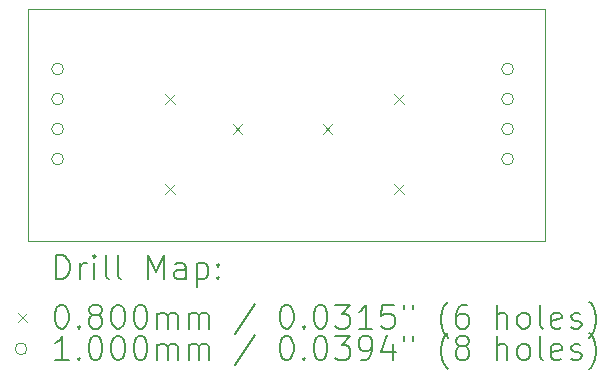
<source format=gbr>
%TF.GenerationSoftware,KiCad,Pcbnew,7.0.2*%
%TF.CreationDate,2023-08-02T20:43:25-05:00*%
%TF.ProjectId,Session6,53657373-696f-46e3-962e-6b696361645f,rev?*%
%TF.SameCoordinates,Original*%
%TF.FileFunction,Drillmap*%
%TF.FilePolarity,Positive*%
%FSLAX45Y45*%
G04 Gerber Fmt 4.5, Leading zero omitted, Abs format (unit mm)*
G04 Created by KiCad (PCBNEW 7.0.2) date 2023-08-02 20:43:25*
%MOMM*%
%LPD*%
G01*
G04 APERTURE LIST*
%ADD10C,0.100000*%
%ADD11C,0.200000*%
%ADD12C,0.080000*%
G04 APERTURE END LIST*
D10*
X9652000Y-6858000D02*
X14033500Y-6858000D01*
X14033500Y-8826500D01*
X9652000Y-8826500D01*
X9652000Y-6858000D01*
D11*
D12*
X10818500Y-7580000D02*
X10898500Y-7660000D01*
X10898500Y-7580000D02*
X10818500Y-7660000D01*
X10818500Y-8342000D02*
X10898500Y-8422000D01*
X10898500Y-8342000D02*
X10818500Y-8422000D01*
X11390000Y-7834000D02*
X11470000Y-7914000D01*
X11470000Y-7834000D02*
X11390000Y-7914000D01*
X12152000Y-7834000D02*
X12232000Y-7914000D01*
X12232000Y-7834000D02*
X12152000Y-7914000D01*
X12757750Y-7580000D02*
X12837750Y-7660000D01*
X12837750Y-7580000D02*
X12757750Y-7660000D01*
X12757750Y-8342000D02*
X12837750Y-8422000D01*
X12837750Y-8342000D02*
X12757750Y-8422000D01*
D10*
X9956000Y-7366000D02*
G75*
G03*
X9956000Y-7366000I-50000J0D01*
G01*
X9956000Y-7620000D02*
G75*
G03*
X9956000Y-7620000I-50000J0D01*
G01*
X9956000Y-7874000D02*
G75*
G03*
X9956000Y-7874000I-50000J0D01*
G01*
X9956000Y-8128000D02*
G75*
G03*
X9956000Y-8128000I-50000J0D01*
G01*
X13766000Y-7366000D02*
G75*
G03*
X13766000Y-7366000I-50000J0D01*
G01*
X13766000Y-7620000D02*
G75*
G03*
X13766000Y-7620000I-50000J0D01*
G01*
X13766000Y-7874000D02*
G75*
G03*
X13766000Y-7874000I-50000J0D01*
G01*
X13766000Y-8128000D02*
G75*
G03*
X13766000Y-8128000I-50000J0D01*
G01*
D11*
X9894619Y-9144024D02*
X9894619Y-8944024D01*
X9894619Y-8944024D02*
X9942238Y-8944024D01*
X9942238Y-8944024D02*
X9970810Y-8953548D01*
X9970810Y-8953548D02*
X9989857Y-8972595D01*
X9989857Y-8972595D02*
X9999381Y-8991643D01*
X9999381Y-8991643D02*
X10008905Y-9029738D01*
X10008905Y-9029738D02*
X10008905Y-9058310D01*
X10008905Y-9058310D02*
X9999381Y-9096405D01*
X9999381Y-9096405D02*
X9989857Y-9115452D01*
X9989857Y-9115452D02*
X9970810Y-9134500D01*
X9970810Y-9134500D02*
X9942238Y-9144024D01*
X9942238Y-9144024D02*
X9894619Y-9144024D01*
X10094619Y-9144024D02*
X10094619Y-9010690D01*
X10094619Y-9048786D02*
X10104143Y-9029738D01*
X10104143Y-9029738D02*
X10113667Y-9020214D01*
X10113667Y-9020214D02*
X10132714Y-9010690D01*
X10132714Y-9010690D02*
X10151762Y-9010690D01*
X10218429Y-9144024D02*
X10218429Y-9010690D01*
X10218429Y-8944024D02*
X10208905Y-8953548D01*
X10208905Y-8953548D02*
X10218429Y-8963071D01*
X10218429Y-8963071D02*
X10227952Y-8953548D01*
X10227952Y-8953548D02*
X10218429Y-8944024D01*
X10218429Y-8944024D02*
X10218429Y-8963071D01*
X10342238Y-9144024D02*
X10323190Y-9134500D01*
X10323190Y-9134500D02*
X10313667Y-9115452D01*
X10313667Y-9115452D02*
X10313667Y-8944024D01*
X10447000Y-9144024D02*
X10427952Y-9134500D01*
X10427952Y-9134500D02*
X10418429Y-9115452D01*
X10418429Y-9115452D02*
X10418429Y-8944024D01*
X10675571Y-9144024D02*
X10675571Y-8944024D01*
X10675571Y-8944024D02*
X10742238Y-9086881D01*
X10742238Y-9086881D02*
X10808905Y-8944024D01*
X10808905Y-8944024D02*
X10808905Y-9144024D01*
X10989857Y-9144024D02*
X10989857Y-9039262D01*
X10989857Y-9039262D02*
X10980333Y-9020214D01*
X10980333Y-9020214D02*
X10961286Y-9010690D01*
X10961286Y-9010690D02*
X10923190Y-9010690D01*
X10923190Y-9010690D02*
X10904143Y-9020214D01*
X10989857Y-9134500D02*
X10970810Y-9144024D01*
X10970810Y-9144024D02*
X10923190Y-9144024D01*
X10923190Y-9144024D02*
X10904143Y-9134500D01*
X10904143Y-9134500D02*
X10894619Y-9115452D01*
X10894619Y-9115452D02*
X10894619Y-9096405D01*
X10894619Y-9096405D02*
X10904143Y-9077357D01*
X10904143Y-9077357D02*
X10923190Y-9067833D01*
X10923190Y-9067833D02*
X10970810Y-9067833D01*
X10970810Y-9067833D02*
X10989857Y-9058310D01*
X11085095Y-9010690D02*
X11085095Y-9210690D01*
X11085095Y-9020214D02*
X11104143Y-9010690D01*
X11104143Y-9010690D02*
X11142238Y-9010690D01*
X11142238Y-9010690D02*
X11161286Y-9020214D01*
X11161286Y-9020214D02*
X11170810Y-9029738D01*
X11170810Y-9029738D02*
X11180333Y-9048786D01*
X11180333Y-9048786D02*
X11180333Y-9105929D01*
X11180333Y-9105929D02*
X11170810Y-9124976D01*
X11170810Y-9124976D02*
X11161286Y-9134500D01*
X11161286Y-9134500D02*
X11142238Y-9144024D01*
X11142238Y-9144024D02*
X11104143Y-9144024D01*
X11104143Y-9144024D02*
X11085095Y-9134500D01*
X11266048Y-9124976D02*
X11275571Y-9134500D01*
X11275571Y-9134500D02*
X11266048Y-9144024D01*
X11266048Y-9144024D02*
X11256524Y-9134500D01*
X11256524Y-9134500D02*
X11266048Y-9124976D01*
X11266048Y-9124976D02*
X11266048Y-9144024D01*
X11266048Y-9020214D02*
X11275571Y-9029738D01*
X11275571Y-9029738D02*
X11266048Y-9039262D01*
X11266048Y-9039262D02*
X11256524Y-9029738D01*
X11256524Y-9029738D02*
X11266048Y-9020214D01*
X11266048Y-9020214D02*
X11266048Y-9039262D01*
D12*
X9567000Y-9431500D02*
X9647000Y-9511500D01*
X9647000Y-9431500D02*
X9567000Y-9511500D01*
D11*
X9932714Y-9364024D02*
X9951762Y-9364024D01*
X9951762Y-9364024D02*
X9970810Y-9373548D01*
X9970810Y-9373548D02*
X9980333Y-9383071D01*
X9980333Y-9383071D02*
X9989857Y-9402119D01*
X9989857Y-9402119D02*
X9999381Y-9440214D01*
X9999381Y-9440214D02*
X9999381Y-9487833D01*
X9999381Y-9487833D02*
X9989857Y-9525929D01*
X9989857Y-9525929D02*
X9980333Y-9544976D01*
X9980333Y-9544976D02*
X9970810Y-9554500D01*
X9970810Y-9554500D02*
X9951762Y-9564024D01*
X9951762Y-9564024D02*
X9932714Y-9564024D01*
X9932714Y-9564024D02*
X9913667Y-9554500D01*
X9913667Y-9554500D02*
X9904143Y-9544976D01*
X9904143Y-9544976D02*
X9894619Y-9525929D01*
X9894619Y-9525929D02*
X9885095Y-9487833D01*
X9885095Y-9487833D02*
X9885095Y-9440214D01*
X9885095Y-9440214D02*
X9894619Y-9402119D01*
X9894619Y-9402119D02*
X9904143Y-9383071D01*
X9904143Y-9383071D02*
X9913667Y-9373548D01*
X9913667Y-9373548D02*
X9932714Y-9364024D01*
X10085095Y-9544976D02*
X10094619Y-9554500D01*
X10094619Y-9554500D02*
X10085095Y-9564024D01*
X10085095Y-9564024D02*
X10075571Y-9554500D01*
X10075571Y-9554500D02*
X10085095Y-9544976D01*
X10085095Y-9544976D02*
X10085095Y-9564024D01*
X10208905Y-9449738D02*
X10189857Y-9440214D01*
X10189857Y-9440214D02*
X10180333Y-9430690D01*
X10180333Y-9430690D02*
X10170810Y-9411643D01*
X10170810Y-9411643D02*
X10170810Y-9402119D01*
X10170810Y-9402119D02*
X10180333Y-9383071D01*
X10180333Y-9383071D02*
X10189857Y-9373548D01*
X10189857Y-9373548D02*
X10208905Y-9364024D01*
X10208905Y-9364024D02*
X10247000Y-9364024D01*
X10247000Y-9364024D02*
X10266048Y-9373548D01*
X10266048Y-9373548D02*
X10275571Y-9383071D01*
X10275571Y-9383071D02*
X10285095Y-9402119D01*
X10285095Y-9402119D02*
X10285095Y-9411643D01*
X10285095Y-9411643D02*
X10275571Y-9430690D01*
X10275571Y-9430690D02*
X10266048Y-9440214D01*
X10266048Y-9440214D02*
X10247000Y-9449738D01*
X10247000Y-9449738D02*
X10208905Y-9449738D01*
X10208905Y-9449738D02*
X10189857Y-9459262D01*
X10189857Y-9459262D02*
X10180333Y-9468786D01*
X10180333Y-9468786D02*
X10170810Y-9487833D01*
X10170810Y-9487833D02*
X10170810Y-9525929D01*
X10170810Y-9525929D02*
X10180333Y-9544976D01*
X10180333Y-9544976D02*
X10189857Y-9554500D01*
X10189857Y-9554500D02*
X10208905Y-9564024D01*
X10208905Y-9564024D02*
X10247000Y-9564024D01*
X10247000Y-9564024D02*
X10266048Y-9554500D01*
X10266048Y-9554500D02*
X10275571Y-9544976D01*
X10275571Y-9544976D02*
X10285095Y-9525929D01*
X10285095Y-9525929D02*
X10285095Y-9487833D01*
X10285095Y-9487833D02*
X10275571Y-9468786D01*
X10275571Y-9468786D02*
X10266048Y-9459262D01*
X10266048Y-9459262D02*
X10247000Y-9449738D01*
X10408905Y-9364024D02*
X10427952Y-9364024D01*
X10427952Y-9364024D02*
X10447000Y-9373548D01*
X10447000Y-9373548D02*
X10456524Y-9383071D01*
X10456524Y-9383071D02*
X10466048Y-9402119D01*
X10466048Y-9402119D02*
X10475571Y-9440214D01*
X10475571Y-9440214D02*
X10475571Y-9487833D01*
X10475571Y-9487833D02*
X10466048Y-9525929D01*
X10466048Y-9525929D02*
X10456524Y-9544976D01*
X10456524Y-9544976D02*
X10447000Y-9554500D01*
X10447000Y-9554500D02*
X10427952Y-9564024D01*
X10427952Y-9564024D02*
X10408905Y-9564024D01*
X10408905Y-9564024D02*
X10389857Y-9554500D01*
X10389857Y-9554500D02*
X10380333Y-9544976D01*
X10380333Y-9544976D02*
X10370810Y-9525929D01*
X10370810Y-9525929D02*
X10361286Y-9487833D01*
X10361286Y-9487833D02*
X10361286Y-9440214D01*
X10361286Y-9440214D02*
X10370810Y-9402119D01*
X10370810Y-9402119D02*
X10380333Y-9383071D01*
X10380333Y-9383071D02*
X10389857Y-9373548D01*
X10389857Y-9373548D02*
X10408905Y-9364024D01*
X10599381Y-9364024D02*
X10618429Y-9364024D01*
X10618429Y-9364024D02*
X10637476Y-9373548D01*
X10637476Y-9373548D02*
X10647000Y-9383071D01*
X10647000Y-9383071D02*
X10656524Y-9402119D01*
X10656524Y-9402119D02*
X10666048Y-9440214D01*
X10666048Y-9440214D02*
X10666048Y-9487833D01*
X10666048Y-9487833D02*
X10656524Y-9525929D01*
X10656524Y-9525929D02*
X10647000Y-9544976D01*
X10647000Y-9544976D02*
X10637476Y-9554500D01*
X10637476Y-9554500D02*
X10618429Y-9564024D01*
X10618429Y-9564024D02*
X10599381Y-9564024D01*
X10599381Y-9564024D02*
X10580333Y-9554500D01*
X10580333Y-9554500D02*
X10570810Y-9544976D01*
X10570810Y-9544976D02*
X10561286Y-9525929D01*
X10561286Y-9525929D02*
X10551762Y-9487833D01*
X10551762Y-9487833D02*
X10551762Y-9440214D01*
X10551762Y-9440214D02*
X10561286Y-9402119D01*
X10561286Y-9402119D02*
X10570810Y-9383071D01*
X10570810Y-9383071D02*
X10580333Y-9373548D01*
X10580333Y-9373548D02*
X10599381Y-9364024D01*
X10751762Y-9564024D02*
X10751762Y-9430690D01*
X10751762Y-9449738D02*
X10761286Y-9440214D01*
X10761286Y-9440214D02*
X10780333Y-9430690D01*
X10780333Y-9430690D02*
X10808905Y-9430690D01*
X10808905Y-9430690D02*
X10827952Y-9440214D01*
X10827952Y-9440214D02*
X10837476Y-9459262D01*
X10837476Y-9459262D02*
X10837476Y-9564024D01*
X10837476Y-9459262D02*
X10847000Y-9440214D01*
X10847000Y-9440214D02*
X10866048Y-9430690D01*
X10866048Y-9430690D02*
X10894619Y-9430690D01*
X10894619Y-9430690D02*
X10913667Y-9440214D01*
X10913667Y-9440214D02*
X10923191Y-9459262D01*
X10923191Y-9459262D02*
X10923191Y-9564024D01*
X11018429Y-9564024D02*
X11018429Y-9430690D01*
X11018429Y-9449738D02*
X11027952Y-9440214D01*
X11027952Y-9440214D02*
X11047000Y-9430690D01*
X11047000Y-9430690D02*
X11075572Y-9430690D01*
X11075572Y-9430690D02*
X11094619Y-9440214D01*
X11094619Y-9440214D02*
X11104143Y-9459262D01*
X11104143Y-9459262D02*
X11104143Y-9564024D01*
X11104143Y-9459262D02*
X11113667Y-9440214D01*
X11113667Y-9440214D02*
X11132714Y-9430690D01*
X11132714Y-9430690D02*
X11161286Y-9430690D01*
X11161286Y-9430690D02*
X11180333Y-9440214D01*
X11180333Y-9440214D02*
X11189857Y-9459262D01*
X11189857Y-9459262D02*
X11189857Y-9564024D01*
X11580333Y-9354500D02*
X11408905Y-9611643D01*
X11837476Y-9364024D02*
X11856524Y-9364024D01*
X11856524Y-9364024D02*
X11875572Y-9373548D01*
X11875572Y-9373548D02*
X11885095Y-9383071D01*
X11885095Y-9383071D02*
X11894619Y-9402119D01*
X11894619Y-9402119D02*
X11904143Y-9440214D01*
X11904143Y-9440214D02*
X11904143Y-9487833D01*
X11904143Y-9487833D02*
X11894619Y-9525929D01*
X11894619Y-9525929D02*
X11885095Y-9544976D01*
X11885095Y-9544976D02*
X11875572Y-9554500D01*
X11875572Y-9554500D02*
X11856524Y-9564024D01*
X11856524Y-9564024D02*
X11837476Y-9564024D01*
X11837476Y-9564024D02*
X11818429Y-9554500D01*
X11818429Y-9554500D02*
X11808905Y-9544976D01*
X11808905Y-9544976D02*
X11799381Y-9525929D01*
X11799381Y-9525929D02*
X11789857Y-9487833D01*
X11789857Y-9487833D02*
X11789857Y-9440214D01*
X11789857Y-9440214D02*
X11799381Y-9402119D01*
X11799381Y-9402119D02*
X11808905Y-9383071D01*
X11808905Y-9383071D02*
X11818429Y-9373548D01*
X11818429Y-9373548D02*
X11837476Y-9364024D01*
X11989857Y-9544976D02*
X11999381Y-9554500D01*
X11999381Y-9554500D02*
X11989857Y-9564024D01*
X11989857Y-9564024D02*
X11980333Y-9554500D01*
X11980333Y-9554500D02*
X11989857Y-9544976D01*
X11989857Y-9544976D02*
X11989857Y-9564024D01*
X12123191Y-9364024D02*
X12142238Y-9364024D01*
X12142238Y-9364024D02*
X12161286Y-9373548D01*
X12161286Y-9373548D02*
X12170810Y-9383071D01*
X12170810Y-9383071D02*
X12180333Y-9402119D01*
X12180333Y-9402119D02*
X12189857Y-9440214D01*
X12189857Y-9440214D02*
X12189857Y-9487833D01*
X12189857Y-9487833D02*
X12180333Y-9525929D01*
X12180333Y-9525929D02*
X12170810Y-9544976D01*
X12170810Y-9544976D02*
X12161286Y-9554500D01*
X12161286Y-9554500D02*
X12142238Y-9564024D01*
X12142238Y-9564024D02*
X12123191Y-9564024D01*
X12123191Y-9564024D02*
X12104143Y-9554500D01*
X12104143Y-9554500D02*
X12094619Y-9544976D01*
X12094619Y-9544976D02*
X12085095Y-9525929D01*
X12085095Y-9525929D02*
X12075572Y-9487833D01*
X12075572Y-9487833D02*
X12075572Y-9440214D01*
X12075572Y-9440214D02*
X12085095Y-9402119D01*
X12085095Y-9402119D02*
X12094619Y-9383071D01*
X12094619Y-9383071D02*
X12104143Y-9373548D01*
X12104143Y-9373548D02*
X12123191Y-9364024D01*
X12256524Y-9364024D02*
X12380333Y-9364024D01*
X12380333Y-9364024D02*
X12313667Y-9440214D01*
X12313667Y-9440214D02*
X12342238Y-9440214D01*
X12342238Y-9440214D02*
X12361286Y-9449738D01*
X12361286Y-9449738D02*
X12370810Y-9459262D01*
X12370810Y-9459262D02*
X12380333Y-9478310D01*
X12380333Y-9478310D02*
X12380333Y-9525929D01*
X12380333Y-9525929D02*
X12370810Y-9544976D01*
X12370810Y-9544976D02*
X12361286Y-9554500D01*
X12361286Y-9554500D02*
X12342238Y-9564024D01*
X12342238Y-9564024D02*
X12285095Y-9564024D01*
X12285095Y-9564024D02*
X12266048Y-9554500D01*
X12266048Y-9554500D02*
X12256524Y-9544976D01*
X12570810Y-9564024D02*
X12456524Y-9564024D01*
X12513667Y-9564024D02*
X12513667Y-9364024D01*
X12513667Y-9364024D02*
X12494619Y-9392595D01*
X12494619Y-9392595D02*
X12475572Y-9411643D01*
X12475572Y-9411643D02*
X12456524Y-9421167D01*
X12751762Y-9364024D02*
X12656524Y-9364024D01*
X12656524Y-9364024D02*
X12647000Y-9459262D01*
X12647000Y-9459262D02*
X12656524Y-9449738D01*
X12656524Y-9449738D02*
X12675572Y-9440214D01*
X12675572Y-9440214D02*
X12723191Y-9440214D01*
X12723191Y-9440214D02*
X12742238Y-9449738D01*
X12742238Y-9449738D02*
X12751762Y-9459262D01*
X12751762Y-9459262D02*
X12761286Y-9478310D01*
X12761286Y-9478310D02*
X12761286Y-9525929D01*
X12761286Y-9525929D02*
X12751762Y-9544976D01*
X12751762Y-9544976D02*
X12742238Y-9554500D01*
X12742238Y-9554500D02*
X12723191Y-9564024D01*
X12723191Y-9564024D02*
X12675572Y-9564024D01*
X12675572Y-9564024D02*
X12656524Y-9554500D01*
X12656524Y-9554500D02*
X12647000Y-9544976D01*
X12837476Y-9364024D02*
X12837476Y-9402119D01*
X12913667Y-9364024D02*
X12913667Y-9402119D01*
X13208905Y-9640214D02*
X13199381Y-9630690D01*
X13199381Y-9630690D02*
X13180334Y-9602119D01*
X13180334Y-9602119D02*
X13170810Y-9583071D01*
X13170810Y-9583071D02*
X13161286Y-9554500D01*
X13161286Y-9554500D02*
X13151762Y-9506881D01*
X13151762Y-9506881D02*
X13151762Y-9468786D01*
X13151762Y-9468786D02*
X13161286Y-9421167D01*
X13161286Y-9421167D02*
X13170810Y-9392595D01*
X13170810Y-9392595D02*
X13180334Y-9373548D01*
X13180334Y-9373548D02*
X13199381Y-9344976D01*
X13199381Y-9344976D02*
X13208905Y-9335452D01*
X13370810Y-9364024D02*
X13332714Y-9364024D01*
X13332714Y-9364024D02*
X13313667Y-9373548D01*
X13313667Y-9373548D02*
X13304143Y-9383071D01*
X13304143Y-9383071D02*
X13285095Y-9411643D01*
X13285095Y-9411643D02*
X13275572Y-9449738D01*
X13275572Y-9449738D02*
X13275572Y-9525929D01*
X13275572Y-9525929D02*
X13285095Y-9544976D01*
X13285095Y-9544976D02*
X13294619Y-9554500D01*
X13294619Y-9554500D02*
X13313667Y-9564024D01*
X13313667Y-9564024D02*
X13351762Y-9564024D01*
X13351762Y-9564024D02*
X13370810Y-9554500D01*
X13370810Y-9554500D02*
X13380334Y-9544976D01*
X13380334Y-9544976D02*
X13389857Y-9525929D01*
X13389857Y-9525929D02*
X13389857Y-9478310D01*
X13389857Y-9478310D02*
X13380334Y-9459262D01*
X13380334Y-9459262D02*
X13370810Y-9449738D01*
X13370810Y-9449738D02*
X13351762Y-9440214D01*
X13351762Y-9440214D02*
X13313667Y-9440214D01*
X13313667Y-9440214D02*
X13294619Y-9449738D01*
X13294619Y-9449738D02*
X13285095Y-9459262D01*
X13285095Y-9459262D02*
X13275572Y-9478310D01*
X13627953Y-9564024D02*
X13627953Y-9364024D01*
X13713667Y-9564024D02*
X13713667Y-9459262D01*
X13713667Y-9459262D02*
X13704143Y-9440214D01*
X13704143Y-9440214D02*
X13685096Y-9430690D01*
X13685096Y-9430690D02*
X13656524Y-9430690D01*
X13656524Y-9430690D02*
X13637476Y-9440214D01*
X13637476Y-9440214D02*
X13627953Y-9449738D01*
X13837476Y-9564024D02*
X13818429Y-9554500D01*
X13818429Y-9554500D02*
X13808905Y-9544976D01*
X13808905Y-9544976D02*
X13799381Y-9525929D01*
X13799381Y-9525929D02*
X13799381Y-9468786D01*
X13799381Y-9468786D02*
X13808905Y-9449738D01*
X13808905Y-9449738D02*
X13818429Y-9440214D01*
X13818429Y-9440214D02*
X13837476Y-9430690D01*
X13837476Y-9430690D02*
X13866048Y-9430690D01*
X13866048Y-9430690D02*
X13885096Y-9440214D01*
X13885096Y-9440214D02*
X13894619Y-9449738D01*
X13894619Y-9449738D02*
X13904143Y-9468786D01*
X13904143Y-9468786D02*
X13904143Y-9525929D01*
X13904143Y-9525929D02*
X13894619Y-9544976D01*
X13894619Y-9544976D02*
X13885096Y-9554500D01*
X13885096Y-9554500D02*
X13866048Y-9564024D01*
X13866048Y-9564024D02*
X13837476Y-9564024D01*
X14018429Y-9564024D02*
X13999381Y-9554500D01*
X13999381Y-9554500D02*
X13989857Y-9535452D01*
X13989857Y-9535452D02*
X13989857Y-9364024D01*
X14170810Y-9554500D02*
X14151762Y-9564024D01*
X14151762Y-9564024D02*
X14113667Y-9564024D01*
X14113667Y-9564024D02*
X14094619Y-9554500D01*
X14094619Y-9554500D02*
X14085096Y-9535452D01*
X14085096Y-9535452D02*
X14085096Y-9459262D01*
X14085096Y-9459262D02*
X14094619Y-9440214D01*
X14094619Y-9440214D02*
X14113667Y-9430690D01*
X14113667Y-9430690D02*
X14151762Y-9430690D01*
X14151762Y-9430690D02*
X14170810Y-9440214D01*
X14170810Y-9440214D02*
X14180334Y-9459262D01*
X14180334Y-9459262D02*
X14180334Y-9478310D01*
X14180334Y-9478310D02*
X14085096Y-9497357D01*
X14256524Y-9554500D02*
X14275572Y-9564024D01*
X14275572Y-9564024D02*
X14313667Y-9564024D01*
X14313667Y-9564024D02*
X14332715Y-9554500D01*
X14332715Y-9554500D02*
X14342238Y-9535452D01*
X14342238Y-9535452D02*
X14342238Y-9525929D01*
X14342238Y-9525929D02*
X14332715Y-9506881D01*
X14332715Y-9506881D02*
X14313667Y-9497357D01*
X14313667Y-9497357D02*
X14285096Y-9497357D01*
X14285096Y-9497357D02*
X14266048Y-9487833D01*
X14266048Y-9487833D02*
X14256524Y-9468786D01*
X14256524Y-9468786D02*
X14256524Y-9459262D01*
X14256524Y-9459262D02*
X14266048Y-9440214D01*
X14266048Y-9440214D02*
X14285096Y-9430690D01*
X14285096Y-9430690D02*
X14313667Y-9430690D01*
X14313667Y-9430690D02*
X14332715Y-9440214D01*
X14408905Y-9640214D02*
X14418429Y-9630690D01*
X14418429Y-9630690D02*
X14437477Y-9602119D01*
X14437477Y-9602119D02*
X14447000Y-9583071D01*
X14447000Y-9583071D02*
X14456524Y-9554500D01*
X14456524Y-9554500D02*
X14466048Y-9506881D01*
X14466048Y-9506881D02*
X14466048Y-9468786D01*
X14466048Y-9468786D02*
X14456524Y-9421167D01*
X14456524Y-9421167D02*
X14447000Y-9392595D01*
X14447000Y-9392595D02*
X14437477Y-9373548D01*
X14437477Y-9373548D02*
X14418429Y-9344976D01*
X14418429Y-9344976D02*
X14408905Y-9335452D01*
D10*
X9647000Y-9735500D02*
G75*
G03*
X9647000Y-9735500I-50000J0D01*
G01*
D11*
X9999381Y-9828024D02*
X9885095Y-9828024D01*
X9942238Y-9828024D02*
X9942238Y-9628024D01*
X9942238Y-9628024D02*
X9923190Y-9656595D01*
X9923190Y-9656595D02*
X9904143Y-9675643D01*
X9904143Y-9675643D02*
X9885095Y-9685167D01*
X10085095Y-9808976D02*
X10094619Y-9818500D01*
X10094619Y-9818500D02*
X10085095Y-9828024D01*
X10085095Y-9828024D02*
X10075571Y-9818500D01*
X10075571Y-9818500D02*
X10085095Y-9808976D01*
X10085095Y-9808976D02*
X10085095Y-9828024D01*
X10218429Y-9628024D02*
X10237476Y-9628024D01*
X10237476Y-9628024D02*
X10256524Y-9637548D01*
X10256524Y-9637548D02*
X10266048Y-9647071D01*
X10266048Y-9647071D02*
X10275571Y-9666119D01*
X10275571Y-9666119D02*
X10285095Y-9704214D01*
X10285095Y-9704214D02*
X10285095Y-9751833D01*
X10285095Y-9751833D02*
X10275571Y-9789929D01*
X10275571Y-9789929D02*
X10266048Y-9808976D01*
X10266048Y-9808976D02*
X10256524Y-9818500D01*
X10256524Y-9818500D02*
X10237476Y-9828024D01*
X10237476Y-9828024D02*
X10218429Y-9828024D01*
X10218429Y-9828024D02*
X10199381Y-9818500D01*
X10199381Y-9818500D02*
X10189857Y-9808976D01*
X10189857Y-9808976D02*
X10180333Y-9789929D01*
X10180333Y-9789929D02*
X10170810Y-9751833D01*
X10170810Y-9751833D02*
X10170810Y-9704214D01*
X10170810Y-9704214D02*
X10180333Y-9666119D01*
X10180333Y-9666119D02*
X10189857Y-9647071D01*
X10189857Y-9647071D02*
X10199381Y-9637548D01*
X10199381Y-9637548D02*
X10218429Y-9628024D01*
X10408905Y-9628024D02*
X10427952Y-9628024D01*
X10427952Y-9628024D02*
X10447000Y-9637548D01*
X10447000Y-9637548D02*
X10456524Y-9647071D01*
X10456524Y-9647071D02*
X10466048Y-9666119D01*
X10466048Y-9666119D02*
X10475571Y-9704214D01*
X10475571Y-9704214D02*
X10475571Y-9751833D01*
X10475571Y-9751833D02*
X10466048Y-9789929D01*
X10466048Y-9789929D02*
X10456524Y-9808976D01*
X10456524Y-9808976D02*
X10447000Y-9818500D01*
X10447000Y-9818500D02*
X10427952Y-9828024D01*
X10427952Y-9828024D02*
X10408905Y-9828024D01*
X10408905Y-9828024D02*
X10389857Y-9818500D01*
X10389857Y-9818500D02*
X10380333Y-9808976D01*
X10380333Y-9808976D02*
X10370810Y-9789929D01*
X10370810Y-9789929D02*
X10361286Y-9751833D01*
X10361286Y-9751833D02*
X10361286Y-9704214D01*
X10361286Y-9704214D02*
X10370810Y-9666119D01*
X10370810Y-9666119D02*
X10380333Y-9647071D01*
X10380333Y-9647071D02*
X10389857Y-9637548D01*
X10389857Y-9637548D02*
X10408905Y-9628024D01*
X10599381Y-9628024D02*
X10618429Y-9628024D01*
X10618429Y-9628024D02*
X10637476Y-9637548D01*
X10637476Y-9637548D02*
X10647000Y-9647071D01*
X10647000Y-9647071D02*
X10656524Y-9666119D01*
X10656524Y-9666119D02*
X10666048Y-9704214D01*
X10666048Y-9704214D02*
X10666048Y-9751833D01*
X10666048Y-9751833D02*
X10656524Y-9789929D01*
X10656524Y-9789929D02*
X10647000Y-9808976D01*
X10647000Y-9808976D02*
X10637476Y-9818500D01*
X10637476Y-9818500D02*
X10618429Y-9828024D01*
X10618429Y-9828024D02*
X10599381Y-9828024D01*
X10599381Y-9828024D02*
X10580333Y-9818500D01*
X10580333Y-9818500D02*
X10570810Y-9808976D01*
X10570810Y-9808976D02*
X10561286Y-9789929D01*
X10561286Y-9789929D02*
X10551762Y-9751833D01*
X10551762Y-9751833D02*
X10551762Y-9704214D01*
X10551762Y-9704214D02*
X10561286Y-9666119D01*
X10561286Y-9666119D02*
X10570810Y-9647071D01*
X10570810Y-9647071D02*
X10580333Y-9637548D01*
X10580333Y-9637548D02*
X10599381Y-9628024D01*
X10751762Y-9828024D02*
X10751762Y-9694690D01*
X10751762Y-9713738D02*
X10761286Y-9704214D01*
X10761286Y-9704214D02*
X10780333Y-9694690D01*
X10780333Y-9694690D02*
X10808905Y-9694690D01*
X10808905Y-9694690D02*
X10827952Y-9704214D01*
X10827952Y-9704214D02*
X10837476Y-9723262D01*
X10837476Y-9723262D02*
X10837476Y-9828024D01*
X10837476Y-9723262D02*
X10847000Y-9704214D01*
X10847000Y-9704214D02*
X10866048Y-9694690D01*
X10866048Y-9694690D02*
X10894619Y-9694690D01*
X10894619Y-9694690D02*
X10913667Y-9704214D01*
X10913667Y-9704214D02*
X10923191Y-9723262D01*
X10923191Y-9723262D02*
X10923191Y-9828024D01*
X11018429Y-9828024D02*
X11018429Y-9694690D01*
X11018429Y-9713738D02*
X11027952Y-9704214D01*
X11027952Y-9704214D02*
X11047000Y-9694690D01*
X11047000Y-9694690D02*
X11075572Y-9694690D01*
X11075572Y-9694690D02*
X11094619Y-9704214D01*
X11094619Y-9704214D02*
X11104143Y-9723262D01*
X11104143Y-9723262D02*
X11104143Y-9828024D01*
X11104143Y-9723262D02*
X11113667Y-9704214D01*
X11113667Y-9704214D02*
X11132714Y-9694690D01*
X11132714Y-9694690D02*
X11161286Y-9694690D01*
X11161286Y-9694690D02*
X11180333Y-9704214D01*
X11180333Y-9704214D02*
X11189857Y-9723262D01*
X11189857Y-9723262D02*
X11189857Y-9828024D01*
X11580333Y-9618500D02*
X11408905Y-9875643D01*
X11837476Y-9628024D02*
X11856524Y-9628024D01*
X11856524Y-9628024D02*
X11875572Y-9637548D01*
X11875572Y-9637548D02*
X11885095Y-9647071D01*
X11885095Y-9647071D02*
X11894619Y-9666119D01*
X11894619Y-9666119D02*
X11904143Y-9704214D01*
X11904143Y-9704214D02*
X11904143Y-9751833D01*
X11904143Y-9751833D02*
X11894619Y-9789929D01*
X11894619Y-9789929D02*
X11885095Y-9808976D01*
X11885095Y-9808976D02*
X11875572Y-9818500D01*
X11875572Y-9818500D02*
X11856524Y-9828024D01*
X11856524Y-9828024D02*
X11837476Y-9828024D01*
X11837476Y-9828024D02*
X11818429Y-9818500D01*
X11818429Y-9818500D02*
X11808905Y-9808976D01*
X11808905Y-9808976D02*
X11799381Y-9789929D01*
X11799381Y-9789929D02*
X11789857Y-9751833D01*
X11789857Y-9751833D02*
X11789857Y-9704214D01*
X11789857Y-9704214D02*
X11799381Y-9666119D01*
X11799381Y-9666119D02*
X11808905Y-9647071D01*
X11808905Y-9647071D02*
X11818429Y-9637548D01*
X11818429Y-9637548D02*
X11837476Y-9628024D01*
X11989857Y-9808976D02*
X11999381Y-9818500D01*
X11999381Y-9818500D02*
X11989857Y-9828024D01*
X11989857Y-9828024D02*
X11980333Y-9818500D01*
X11980333Y-9818500D02*
X11989857Y-9808976D01*
X11989857Y-9808976D02*
X11989857Y-9828024D01*
X12123191Y-9628024D02*
X12142238Y-9628024D01*
X12142238Y-9628024D02*
X12161286Y-9637548D01*
X12161286Y-9637548D02*
X12170810Y-9647071D01*
X12170810Y-9647071D02*
X12180333Y-9666119D01*
X12180333Y-9666119D02*
X12189857Y-9704214D01*
X12189857Y-9704214D02*
X12189857Y-9751833D01*
X12189857Y-9751833D02*
X12180333Y-9789929D01*
X12180333Y-9789929D02*
X12170810Y-9808976D01*
X12170810Y-9808976D02*
X12161286Y-9818500D01*
X12161286Y-9818500D02*
X12142238Y-9828024D01*
X12142238Y-9828024D02*
X12123191Y-9828024D01*
X12123191Y-9828024D02*
X12104143Y-9818500D01*
X12104143Y-9818500D02*
X12094619Y-9808976D01*
X12094619Y-9808976D02*
X12085095Y-9789929D01*
X12085095Y-9789929D02*
X12075572Y-9751833D01*
X12075572Y-9751833D02*
X12075572Y-9704214D01*
X12075572Y-9704214D02*
X12085095Y-9666119D01*
X12085095Y-9666119D02*
X12094619Y-9647071D01*
X12094619Y-9647071D02*
X12104143Y-9637548D01*
X12104143Y-9637548D02*
X12123191Y-9628024D01*
X12256524Y-9628024D02*
X12380333Y-9628024D01*
X12380333Y-9628024D02*
X12313667Y-9704214D01*
X12313667Y-9704214D02*
X12342238Y-9704214D01*
X12342238Y-9704214D02*
X12361286Y-9713738D01*
X12361286Y-9713738D02*
X12370810Y-9723262D01*
X12370810Y-9723262D02*
X12380333Y-9742310D01*
X12380333Y-9742310D02*
X12380333Y-9789929D01*
X12380333Y-9789929D02*
X12370810Y-9808976D01*
X12370810Y-9808976D02*
X12361286Y-9818500D01*
X12361286Y-9818500D02*
X12342238Y-9828024D01*
X12342238Y-9828024D02*
X12285095Y-9828024D01*
X12285095Y-9828024D02*
X12266048Y-9818500D01*
X12266048Y-9818500D02*
X12256524Y-9808976D01*
X12475572Y-9828024D02*
X12513667Y-9828024D01*
X12513667Y-9828024D02*
X12532714Y-9818500D01*
X12532714Y-9818500D02*
X12542238Y-9808976D01*
X12542238Y-9808976D02*
X12561286Y-9780405D01*
X12561286Y-9780405D02*
X12570810Y-9742310D01*
X12570810Y-9742310D02*
X12570810Y-9666119D01*
X12570810Y-9666119D02*
X12561286Y-9647071D01*
X12561286Y-9647071D02*
X12551762Y-9637548D01*
X12551762Y-9637548D02*
X12532714Y-9628024D01*
X12532714Y-9628024D02*
X12494619Y-9628024D01*
X12494619Y-9628024D02*
X12475572Y-9637548D01*
X12475572Y-9637548D02*
X12466048Y-9647071D01*
X12466048Y-9647071D02*
X12456524Y-9666119D01*
X12456524Y-9666119D02*
X12456524Y-9713738D01*
X12456524Y-9713738D02*
X12466048Y-9732786D01*
X12466048Y-9732786D02*
X12475572Y-9742310D01*
X12475572Y-9742310D02*
X12494619Y-9751833D01*
X12494619Y-9751833D02*
X12532714Y-9751833D01*
X12532714Y-9751833D02*
X12551762Y-9742310D01*
X12551762Y-9742310D02*
X12561286Y-9732786D01*
X12561286Y-9732786D02*
X12570810Y-9713738D01*
X12742238Y-9694690D02*
X12742238Y-9828024D01*
X12694619Y-9618500D02*
X12647000Y-9761357D01*
X12647000Y-9761357D02*
X12770810Y-9761357D01*
X12837476Y-9628024D02*
X12837476Y-9666119D01*
X12913667Y-9628024D02*
X12913667Y-9666119D01*
X13208905Y-9904214D02*
X13199381Y-9894690D01*
X13199381Y-9894690D02*
X13180334Y-9866119D01*
X13180334Y-9866119D02*
X13170810Y-9847071D01*
X13170810Y-9847071D02*
X13161286Y-9818500D01*
X13161286Y-9818500D02*
X13151762Y-9770881D01*
X13151762Y-9770881D02*
X13151762Y-9732786D01*
X13151762Y-9732786D02*
X13161286Y-9685167D01*
X13161286Y-9685167D02*
X13170810Y-9656595D01*
X13170810Y-9656595D02*
X13180334Y-9637548D01*
X13180334Y-9637548D02*
X13199381Y-9608976D01*
X13199381Y-9608976D02*
X13208905Y-9599452D01*
X13313667Y-9713738D02*
X13294619Y-9704214D01*
X13294619Y-9704214D02*
X13285095Y-9694690D01*
X13285095Y-9694690D02*
X13275572Y-9675643D01*
X13275572Y-9675643D02*
X13275572Y-9666119D01*
X13275572Y-9666119D02*
X13285095Y-9647071D01*
X13285095Y-9647071D02*
X13294619Y-9637548D01*
X13294619Y-9637548D02*
X13313667Y-9628024D01*
X13313667Y-9628024D02*
X13351762Y-9628024D01*
X13351762Y-9628024D02*
X13370810Y-9637548D01*
X13370810Y-9637548D02*
X13380334Y-9647071D01*
X13380334Y-9647071D02*
X13389857Y-9666119D01*
X13389857Y-9666119D02*
X13389857Y-9675643D01*
X13389857Y-9675643D02*
X13380334Y-9694690D01*
X13380334Y-9694690D02*
X13370810Y-9704214D01*
X13370810Y-9704214D02*
X13351762Y-9713738D01*
X13351762Y-9713738D02*
X13313667Y-9713738D01*
X13313667Y-9713738D02*
X13294619Y-9723262D01*
X13294619Y-9723262D02*
X13285095Y-9732786D01*
X13285095Y-9732786D02*
X13275572Y-9751833D01*
X13275572Y-9751833D02*
X13275572Y-9789929D01*
X13275572Y-9789929D02*
X13285095Y-9808976D01*
X13285095Y-9808976D02*
X13294619Y-9818500D01*
X13294619Y-9818500D02*
X13313667Y-9828024D01*
X13313667Y-9828024D02*
X13351762Y-9828024D01*
X13351762Y-9828024D02*
X13370810Y-9818500D01*
X13370810Y-9818500D02*
X13380334Y-9808976D01*
X13380334Y-9808976D02*
X13389857Y-9789929D01*
X13389857Y-9789929D02*
X13389857Y-9751833D01*
X13389857Y-9751833D02*
X13380334Y-9732786D01*
X13380334Y-9732786D02*
X13370810Y-9723262D01*
X13370810Y-9723262D02*
X13351762Y-9713738D01*
X13627953Y-9828024D02*
X13627953Y-9628024D01*
X13713667Y-9828024D02*
X13713667Y-9723262D01*
X13713667Y-9723262D02*
X13704143Y-9704214D01*
X13704143Y-9704214D02*
X13685096Y-9694690D01*
X13685096Y-9694690D02*
X13656524Y-9694690D01*
X13656524Y-9694690D02*
X13637476Y-9704214D01*
X13637476Y-9704214D02*
X13627953Y-9713738D01*
X13837476Y-9828024D02*
X13818429Y-9818500D01*
X13818429Y-9818500D02*
X13808905Y-9808976D01*
X13808905Y-9808976D02*
X13799381Y-9789929D01*
X13799381Y-9789929D02*
X13799381Y-9732786D01*
X13799381Y-9732786D02*
X13808905Y-9713738D01*
X13808905Y-9713738D02*
X13818429Y-9704214D01*
X13818429Y-9704214D02*
X13837476Y-9694690D01*
X13837476Y-9694690D02*
X13866048Y-9694690D01*
X13866048Y-9694690D02*
X13885096Y-9704214D01*
X13885096Y-9704214D02*
X13894619Y-9713738D01*
X13894619Y-9713738D02*
X13904143Y-9732786D01*
X13904143Y-9732786D02*
X13904143Y-9789929D01*
X13904143Y-9789929D02*
X13894619Y-9808976D01*
X13894619Y-9808976D02*
X13885096Y-9818500D01*
X13885096Y-9818500D02*
X13866048Y-9828024D01*
X13866048Y-9828024D02*
X13837476Y-9828024D01*
X14018429Y-9828024D02*
X13999381Y-9818500D01*
X13999381Y-9818500D02*
X13989857Y-9799452D01*
X13989857Y-9799452D02*
X13989857Y-9628024D01*
X14170810Y-9818500D02*
X14151762Y-9828024D01*
X14151762Y-9828024D02*
X14113667Y-9828024D01*
X14113667Y-9828024D02*
X14094619Y-9818500D01*
X14094619Y-9818500D02*
X14085096Y-9799452D01*
X14085096Y-9799452D02*
X14085096Y-9723262D01*
X14085096Y-9723262D02*
X14094619Y-9704214D01*
X14094619Y-9704214D02*
X14113667Y-9694690D01*
X14113667Y-9694690D02*
X14151762Y-9694690D01*
X14151762Y-9694690D02*
X14170810Y-9704214D01*
X14170810Y-9704214D02*
X14180334Y-9723262D01*
X14180334Y-9723262D02*
X14180334Y-9742310D01*
X14180334Y-9742310D02*
X14085096Y-9761357D01*
X14256524Y-9818500D02*
X14275572Y-9828024D01*
X14275572Y-9828024D02*
X14313667Y-9828024D01*
X14313667Y-9828024D02*
X14332715Y-9818500D01*
X14332715Y-9818500D02*
X14342238Y-9799452D01*
X14342238Y-9799452D02*
X14342238Y-9789929D01*
X14342238Y-9789929D02*
X14332715Y-9770881D01*
X14332715Y-9770881D02*
X14313667Y-9761357D01*
X14313667Y-9761357D02*
X14285096Y-9761357D01*
X14285096Y-9761357D02*
X14266048Y-9751833D01*
X14266048Y-9751833D02*
X14256524Y-9732786D01*
X14256524Y-9732786D02*
X14256524Y-9723262D01*
X14256524Y-9723262D02*
X14266048Y-9704214D01*
X14266048Y-9704214D02*
X14285096Y-9694690D01*
X14285096Y-9694690D02*
X14313667Y-9694690D01*
X14313667Y-9694690D02*
X14332715Y-9704214D01*
X14408905Y-9904214D02*
X14418429Y-9894690D01*
X14418429Y-9894690D02*
X14437477Y-9866119D01*
X14437477Y-9866119D02*
X14447000Y-9847071D01*
X14447000Y-9847071D02*
X14456524Y-9818500D01*
X14456524Y-9818500D02*
X14466048Y-9770881D01*
X14466048Y-9770881D02*
X14466048Y-9732786D01*
X14466048Y-9732786D02*
X14456524Y-9685167D01*
X14456524Y-9685167D02*
X14447000Y-9656595D01*
X14447000Y-9656595D02*
X14437477Y-9637548D01*
X14437477Y-9637548D02*
X14418429Y-9608976D01*
X14418429Y-9608976D02*
X14408905Y-9599452D01*
M02*

</source>
